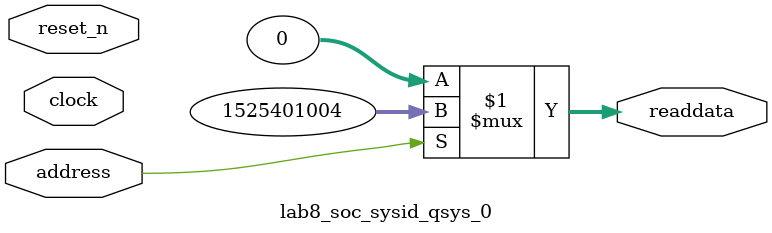
<source format=v>

`timescale 1ns / 1ps
// synthesis translate_on

// turn off superfluous verilog processor warnings 
// altera message_level Level1 
// altera message_off 10034 10035 10036 10037 10230 10240 10030 

module lab8_soc_sysid_qsys_0 (
               // inputs:
                address,
                clock,
                reset_n,

               // outputs:
                readdata
             )
;

  output  [ 31: 0] readdata;
  input            address;
  input            clock;
  input            reset_n;

  wire    [ 31: 0] readdata;
  //control_slave, which is an e_avalon_slave
  assign readdata = address ? 1525401004 : 0;

endmodule




</source>
